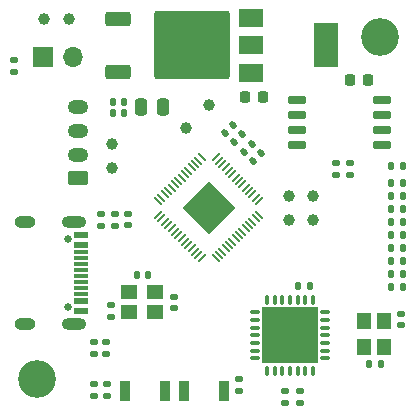
<source format=gbr>
%TF.GenerationSoftware,KiCad,Pcbnew,7.0.7*%
%TF.CreationDate,2024-03-04T03:02:08-08:00*%
%TF.ProjectId,can_magnetic_angle_sensor,63616e5f-6d61-4676-9e65-7469635f616e,rev?*%
%TF.SameCoordinates,Original*%
%TF.FileFunction,Soldermask,Bot*%
%TF.FilePolarity,Negative*%
%FSLAX46Y46*%
G04 Gerber Fmt 4.6, Leading zero omitted, Abs format (unit mm)*
G04 Created by KiCad (PCBNEW 7.0.7) date 2024-03-04 03:02:08*
%MOMM*%
%LPD*%
G01*
G04 APERTURE LIST*
G04 Aperture macros list*
%AMRoundRect*
0 Rectangle with rounded corners*
0 $1 Rounding radius*
0 $2 $3 $4 $5 $6 $7 $8 $9 X,Y pos of 4 corners*
0 Add a 4 corners polygon primitive as box body*
4,1,4,$2,$3,$4,$5,$6,$7,$8,$9,$2,$3,0*
0 Add four circle primitives for the rounded corners*
1,1,$1+$1,$2,$3*
1,1,$1+$1,$4,$5*
1,1,$1+$1,$6,$7*
1,1,$1+$1,$8,$9*
0 Add four rect primitives between the rounded corners*
20,1,$1+$1,$2,$3,$4,$5,0*
20,1,$1+$1,$4,$5,$6,$7,0*
20,1,$1+$1,$6,$7,$8,$9,0*
20,1,$1+$1,$8,$9,$2,$3,0*%
%AMRotRect*
0 Rectangle, with rotation*
0 The origin of the aperture is its center*
0 $1 length*
0 $2 width*
0 $3 Rotation angle, in degrees counterclockwise*
0 Add horizontal line*
21,1,$1,$2,0,0,$3*%
G04 Aperture macros list end*
%ADD10RoundRect,0.225000X-0.225000X-0.250000X0.225000X-0.250000X0.225000X0.250000X-0.225000X0.250000X0*%
%ADD11R,4.800000X4.800000*%
%ADD12RoundRect,0.075000X-0.312500X0.075000X-0.312500X-0.075000X0.312500X-0.075000X0.312500X0.075000X0*%
%ADD13RoundRect,0.075000X-0.075000X0.312500X-0.075000X-0.312500X0.075000X-0.312500X0.075000X0.312500X0*%
%ADD14RoundRect,0.140000X-0.140000X-0.170000X0.140000X-0.170000X0.140000X0.170000X-0.140000X0.170000X0*%
%ADD15RoundRect,0.135000X0.185000X-0.135000X0.185000X0.135000X-0.185000X0.135000X-0.185000X-0.135000X0*%
%ADD16R,1.200000X1.400000*%
%ADD17RoundRect,0.250000X-0.250000X-0.475000X0.250000X-0.475000X0.250000X0.475000X-0.250000X0.475000X0*%
%ADD18C,1.000000*%
%ADD19RoundRect,0.135000X-0.185000X0.135000X-0.185000X-0.135000X0.185000X-0.135000X0.185000X0.135000X0*%
%ADD20RoundRect,0.140000X-0.170000X0.140000X-0.170000X-0.140000X0.170000X-0.140000X0.170000X0.140000X0*%
%ADD21R,0.900000X1.700000*%
%ADD22C,3.200000*%
%ADD23RoundRect,0.147500X-0.172500X0.147500X-0.172500X-0.147500X0.172500X-0.147500X0.172500X0.147500X0*%
%ADD24RoundRect,0.135000X0.135000X0.185000X-0.135000X0.185000X-0.135000X-0.185000X0.135000X-0.185000X0*%
%ADD25RoundRect,0.140000X0.021213X-0.219203X0.219203X-0.021213X-0.021213X0.219203X-0.219203X0.021213X0*%
%ADD26R,2.000000X1.500000*%
%ADD27R,2.000000X3.800000*%
%ADD28R,1.400000X1.200000*%
%ADD29RoundRect,0.050000X0.309359X-0.238649X-0.238649X0.309359X-0.309359X0.238649X0.238649X-0.309359X0*%
%ADD30RoundRect,0.050000X0.309359X0.238649X0.238649X0.309359X-0.309359X-0.238649X-0.238649X-0.309359X0*%
%ADD31RotRect,3.200000X3.200000X135.000000*%
%ADD32C,0.650000*%
%ADD33R,1.240000X0.600000*%
%ADD34R,1.240000X0.300000*%
%ADD35O,1.800000X1.000000*%
%ADD36O,2.100000X1.000000*%
%ADD37RoundRect,0.250000X-0.850000X-0.350000X0.850000X-0.350000X0.850000X0.350000X-0.850000X0.350000X0*%
%ADD38RoundRect,0.249997X-2.950003X-2.650003X2.950003X-2.650003X2.950003X2.650003X-2.950003X2.650003X0*%
%ADD39R,1.700000X1.700000*%
%ADD40O,1.700000X1.700000*%
%ADD41RoundRect,0.140000X-0.021213X0.219203X-0.219203X0.021213X0.021213X-0.219203X0.219203X-0.021213X0*%
%ADD42RoundRect,0.140000X0.140000X0.170000X-0.140000X0.170000X-0.140000X-0.170000X0.140000X-0.170000X0*%
%ADD43RoundRect,0.250000X0.625000X-0.350000X0.625000X0.350000X-0.625000X0.350000X-0.625000X-0.350000X0*%
%ADD44O,1.750000X1.200000*%
%ADD45RoundRect,0.150000X0.650000X0.150000X-0.650000X0.150000X-0.650000X-0.150000X0.650000X-0.150000X0*%
G04 APERTURE END LIST*
D10*
%TO.C,C17*%
X40575000Y-28150000D03*
X42125000Y-28150000D03*
%TD*%
%TO.C,C20*%
X49475000Y-26700000D03*
X51025000Y-26700000D03*
%TD*%
D11*
%TO.C,U5*%
X44400000Y-48300000D03*
D12*
X41412500Y-46350000D03*
X41412500Y-47000000D03*
X41412500Y-47650000D03*
X41412500Y-48300000D03*
X41412500Y-48950000D03*
X41412500Y-49600000D03*
X41412500Y-50250000D03*
D13*
X42450000Y-51287500D03*
X43100000Y-51287500D03*
X43750000Y-51287500D03*
X44400000Y-51287500D03*
X45050000Y-51287500D03*
X45700000Y-51287500D03*
X46350000Y-51287500D03*
D12*
X47387500Y-50250000D03*
X47387500Y-49600000D03*
X47387500Y-48950000D03*
X47387500Y-48300000D03*
X47387500Y-47650000D03*
X47387500Y-47000000D03*
X47387500Y-46350000D03*
D13*
X46350000Y-45312500D03*
X45700000Y-45312500D03*
X45050000Y-45312500D03*
X44400000Y-45312500D03*
X43750000Y-45312500D03*
X43100000Y-45312500D03*
X42450000Y-45312500D03*
%TD*%
D14*
%TO.C,C11*%
X53940000Y-35400000D03*
X52980000Y-35400000D03*
%TD*%
D15*
%TO.C,R11*%
X45200000Y-54010000D03*
X45200000Y-52990000D03*
%TD*%
D16*
%TO.C,Y2*%
X52350000Y-49250000D03*
X52350000Y-47050000D03*
X50650000Y-47050000D03*
X50650000Y-49250000D03*
%TD*%
D14*
%TO.C,C23*%
X51100000Y-50750000D03*
X52060000Y-50750000D03*
%TD*%
%TO.C,C4*%
X29420000Y-29500000D03*
X30380000Y-29500000D03*
%TD*%
%TO.C,C5*%
X29420000Y-28500000D03*
X30380000Y-28500000D03*
%TD*%
D17*
%TO.C,C12*%
X31750000Y-29000000D03*
X33650000Y-29000000D03*
%TD*%
D18*
%TO.C,GND*%
X23600000Y-21500000D03*
%TD*%
D14*
%TO.C,C14*%
X53940000Y-37600000D03*
X52980000Y-37600000D03*
%TD*%
D19*
%TO.C,R7*%
X40100000Y-53010000D03*
X40100000Y-51990000D03*
%TD*%
D20*
%TO.C,C22*%
X53800000Y-47430000D03*
X53800000Y-46470000D03*
%TD*%
D21*
%TO.C,BOOT*%
X33800000Y-53000000D03*
X30400000Y-53000000D03*
%TD*%
D14*
%TO.C,C16*%
X53940000Y-39800000D03*
X52980000Y-39800000D03*
%TD*%
D22*
%TO.C,H2*%
X52000000Y-23000000D03*
%TD*%
D21*
%TO.C,RESET*%
X38800000Y-53000000D03*
X35400000Y-53000000D03*
%TD*%
D22*
%TO.C,H1*%
X23000000Y-52000000D03*
%TD*%
D18*
%TO.C,SDA*%
X44300000Y-36500000D03*
%TD*%
D23*
%TO.C,D1*%
X27800000Y-52415000D03*
X27800000Y-53385000D03*
%TD*%
D14*
%TO.C,C13*%
X53940000Y-36500000D03*
X52980000Y-36500000D03*
%TD*%
D15*
%TO.C,R1*%
X28900000Y-53410000D03*
X28900000Y-52390000D03*
%TD*%
D14*
%TO.C,C21*%
X53940000Y-43100000D03*
X52980000Y-43100000D03*
%TD*%
%TO.C,C15*%
X53940000Y-38700000D03*
X52980000Y-38700000D03*
%TD*%
D24*
%TO.C,R10*%
X46110000Y-44100000D03*
X45090000Y-44100000D03*
%TD*%
D18*
%TO.C,3.3V*%
X25700000Y-21500000D03*
%TD*%
D19*
%TO.C,R3*%
X27800000Y-48840000D03*
X27800000Y-49860000D03*
%TD*%
D18*
%TO.C,SCL*%
X44300000Y-38500000D03*
%TD*%
D14*
%TO.C,C19*%
X53940000Y-42000000D03*
X52980000Y-42000000D03*
%TD*%
D15*
%TO.C,R12*%
X44000000Y-54010000D03*
X44000000Y-52990000D03*
%TD*%
D14*
%TO.C,C24*%
X53940000Y-44200000D03*
X52980000Y-44200000D03*
%TD*%
%TO.C,C18*%
X53940000Y-40900000D03*
X52980000Y-40900000D03*
%TD*%
D19*
%TO.C,R4*%
X28850000Y-48840000D03*
X28850000Y-49860000D03*
%TD*%
D20*
%TO.C,C1*%
X30700000Y-38020000D03*
X30700000Y-38980000D03*
%TD*%
D15*
%TO.C,R8*%
X28400000Y-39010000D03*
X28400000Y-37990000D03*
%TD*%
D18*
%TO.C,SWD*%
X29350000Y-34100000D03*
%TD*%
%TO.C,SWCLK*%
X29350000Y-32050000D03*
%TD*%
D25*
%TO.C,C9*%
X41260589Y-33539411D03*
X41939411Y-32860589D03*
%TD*%
D26*
%TO.C,U6*%
X41100000Y-26050000D03*
X41100000Y-23750000D03*
D27*
X47400000Y-23750000D03*
D26*
X41100000Y-21450000D03*
%TD*%
D28*
%TO.C,Y1*%
X33000000Y-44650000D03*
X30800000Y-44650000D03*
X30800000Y-46350000D03*
X33000000Y-46350000D03*
%TD*%
D29*
%TO.C,U3*%
X41769157Y-38092202D03*
X41486314Y-38375045D03*
X41203472Y-38657887D03*
X40920629Y-38940730D03*
X40637786Y-39223573D03*
X40354944Y-39506415D03*
X40072101Y-39789258D03*
X39789258Y-40072101D03*
X39506415Y-40354944D03*
X39223573Y-40637786D03*
X38940730Y-40920629D03*
X38657887Y-41203472D03*
X38375045Y-41486314D03*
X38092202Y-41769157D03*
D30*
X36907798Y-41769157D03*
X36624955Y-41486314D03*
X36342113Y-41203472D03*
X36059270Y-40920629D03*
X35776427Y-40637786D03*
X35493585Y-40354944D03*
X35210742Y-40072101D03*
X34927899Y-39789258D03*
X34645056Y-39506415D03*
X34362214Y-39223573D03*
X34079371Y-38940730D03*
X33796528Y-38657887D03*
X33513686Y-38375045D03*
X33230843Y-38092202D03*
D29*
X33230843Y-36907798D03*
X33513686Y-36624955D03*
X33796528Y-36342113D03*
X34079371Y-36059270D03*
X34362214Y-35776427D03*
X34645056Y-35493585D03*
X34927899Y-35210742D03*
X35210742Y-34927899D03*
X35493585Y-34645056D03*
X35776427Y-34362214D03*
X36059270Y-34079371D03*
X36342113Y-33796528D03*
X36624955Y-33513686D03*
X36907798Y-33230843D03*
D30*
X38092202Y-33230843D03*
X38375045Y-33513686D03*
X38657887Y-33796528D03*
X38940730Y-34079371D03*
X39223573Y-34362214D03*
X39506415Y-34645056D03*
X39789258Y-34927899D03*
X40072101Y-35210742D03*
X40354944Y-35493585D03*
X40637786Y-35776427D03*
X40920629Y-36059270D03*
X41203472Y-36342113D03*
X41486314Y-36624955D03*
X41769157Y-36907798D03*
D31*
X37500000Y-37500000D03*
%TD*%
D19*
%TO.C,R13*%
X21000000Y-24990000D03*
X21000000Y-26010000D03*
%TD*%
D32*
%TO.C,J2*%
X25605000Y-45890000D03*
X25605000Y-40110000D03*
D33*
X26725000Y-46200000D03*
X26725000Y-45400000D03*
D34*
X26725000Y-44250000D03*
X26725000Y-43250000D03*
X26725000Y-42750000D03*
X26725000Y-41750000D03*
D33*
X26725000Y-40600000D03*
X26725000Y-39800000D03*
X26725000Y-39800000D03*
X26725000Y-40600000D03*
D34*
X26725000Y-41250000D03*
X26725000Y-42250000D03*
X26725000Y-43750000D03*
X26725000Y-44750000D03*
D33*
X26725000Y-45400000D03*
X26725000Y-46200000D03*
D35*
X21925000Y-47320000D03*
D36*
X26125000Y-47320000D03*
D35*
X21925000Y-38680000D03*
D36*
X26125000Y-38680000D03*
%TD*%
D25*
%TO.C,C10*%
X40460589Y-32739411D03*
X41139411Y-32060589D03*
%TD*%
D37*
%TO.C,U4*%
X29800000Y-26030000D03*
D38*
X36100000Y-23750000D03*
D37*
X29800000Y-21470000D03*
%TD*%
D39*
%TO.C,J3*%
X23475000Y-24750000D03*
D40*
X26015000Y-24750000D03*
%TD*%
D18*
%TO.C,ADC1*%
X37500000Y-28800000D03*
%TD*%
D41*
%TO.C,C8*%
X39539411Y-30460589D03*
X38860589Y-31139411D03*
%TD*%
D42*
%TO.C,C2*%
X32380000Y-43200001D03*
X31420000Y-43200001D03*
%TD*%
D18*
%TO.C,D5*%
X46350000Y-38500000D03*
%TD*%
D19*
%TO.C,R6*%
X48250000Y-33690000D03*
X48250000Y-34710000D03*
%TD*%
D43*
%TO.C,J1*%
X26450000Y-35000000D03*
D44*
X26450000Y-33000000D03*
X26450000Y-31000000D03*
X26450000Y-29000000D03*
%TD*%
D45*
%TO.C,U2*%
X52200000Y-28395000D03*
X52200000Y-29665000D03*
X52200000Y-30935000D03*
X52200000Y-32205000D03*
X45000000Y-32205000D03*
X45000000Y-30935000D03*
X45000000Y-29665000D03*
X45000000Y-28395000D03*
%TD*%
D42*
%TO.C,C6*%
X52970000Y-33950000D03*
X53930000Y-33950000D03*
%TD*%
D15*
%TO.C,R9*%
X29600000Y-39010000D03*
X29600000Y-37990000D03*
%TD*%
D18*
%TO.C,ADC0*%
X35550000Y-30750000D03*
%TD*%
D20*
%TO.C,C3*%
X34600000Y-45020001D03*
X34600000Y-45980001D03*
%TD*%
D18*
%TO.C,D4*%
X46350000Y-36500000D03*
%TD*%
D15*
%TO.C,R5*%
X49450000Y-34710000D03*
X49450000Y-33690000D03*
%TD*%
%TO.C,R2*%
X29200000Y-46710001D03*
X29200000Y-45690001D03*
%TD*%
D25*
%TO.C,C7*%
X39660589Y-31939411D03*
X40339411Y-31260589D03*
%TD*%
M02*

</source>
